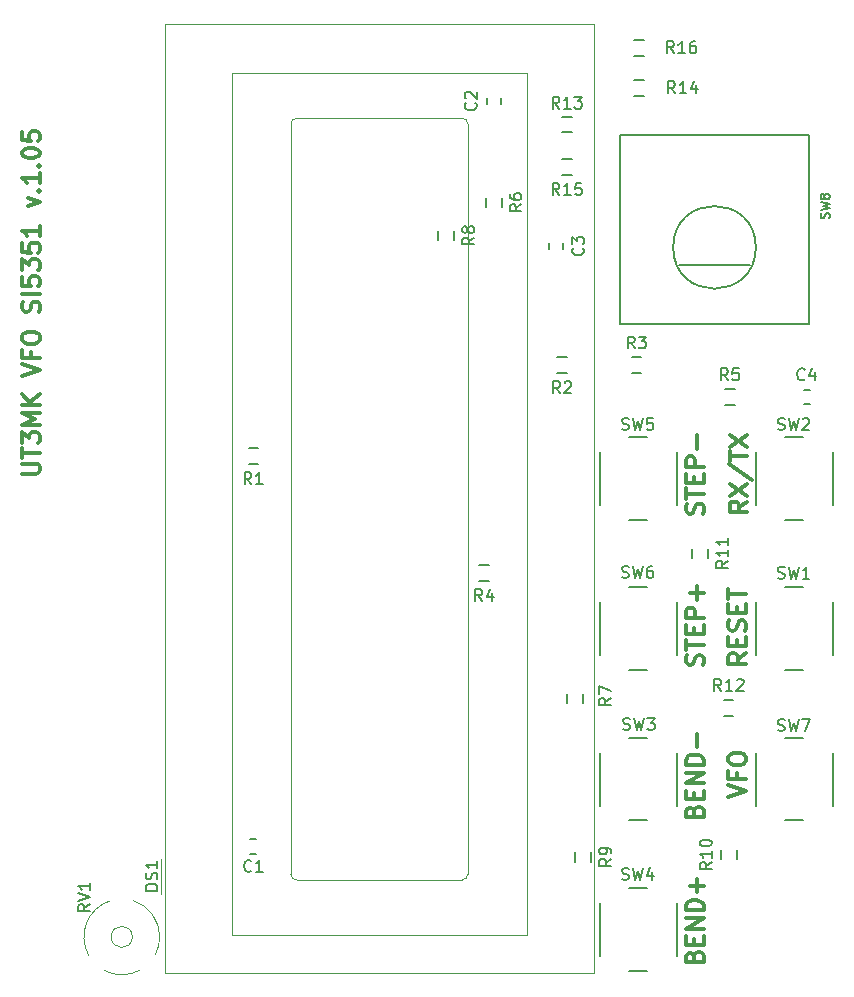
<source format=gto>
G04 #@! TF.FileFunction,Legend,Top*
%FSLAX46Y46*%
G04 Gerber Fmt 4.6, Leading zero omitted, Abs format (unit mm)*
G04 Created by KiCad (PCBNEW 4.0.7-e2-6376~58~ubuntu14.04.1) date Mon Jan  1 12:03:23 2018*
%MOMM*%
%LPD*%
G01*
G04 APERTURE LIST*
%ADD10C,0.100000*%
%ADD11C,0.300000*%
%ADD12C,0.120000*%
%ADD13C,0.150000*%
%ADD14C,0.203200*%
%ADD15C,0.152400*%
G04 APERTURE END LIST*
D10*
D11*
X132678571Y-105028571D02*
X134178571Y-104528571D01*
X132678571Y-104028571D01*
X133392857Y-103028571D02*
X133392857Y-103528571D01*
X134178571Y-103528571D02*
X132678571Y-103528571D01*
X132678571Y-102814285D01*
X132678571Y-101957143D02*
X132678571Y-101671429D01*
X132750000Y-101528571D01*
X132892857Y-101385714D01*
X133178571Y-101314286D01*
X133678571Y-101314286D01*
X133964286Y-101385714D01*
X134107143Y-101528571D01*
X134178571Y-101671429D01*
X134178571Y-101957143D01*
X134107143Y-102100000D01*
X133964286Y-102242857D01*
X133678571Y-102314286D01*
X133178571Y-102314286D01*
X132892857Y-102242857D01*
X132750000Y-102100000D01*
X132678571Y-101957143D01*
X129792857Y-118535714D02*
X129864286Y-118321428D01*
X129935714Y-118250000D01*
X130078571Y-118178571D01*
X130292857Y-118178571D01*
X130435714Y-118250000D01*
X130507143Y-118321428D01*
X130578571Y-118464286D01*
X130578571Y-119035714D01*
X129078571Y-119035714D01*
X129078571Y-118535714D01*
X129150000Y-118392857D01*
X129221429Y-118321428D01*
X129364286Y-118250000D01*
X129507143Y-118250000D01*
X129650000Y-118321428D01*
X129721429Y-118392857D01*
X129792857Y-118535714D01*
X129792857Y-119035714D01*
X129792857Y-117535714D02*
X129792857Y-117035714D01*
X130578571Y-116821428D02*
X130578571Y-117535714D01*
X129078571Y-117535714D01*
X129078571Y-116821428D01*
X130578571Y-116178571D02*
X129078571Y-116178571D01*
X130578571Y-115321428D01*
X129078571Y-115321428D01*
X130578571Y-114607142D02*
X129078571Y-114607142D01*
X129078571Y-114249999D01*
X129150000Y-114035714D01*
X129292857Y-113892856D01*
X129435714Y-113821428D01*
X129721429Y-113749999D01*
X129935714Y-113749999D01*
X130221429Y-113821428D01*
X130364286Y-113892856D01*
X130507143Y-114035714D01*
X130578571Y-114249999D01*
X130578571Y-114607142D01*
X130007143Y-113107142D02*
X130007143Y-111964285D01*
X130578571Y-112535714D02*
X129435714Y-112535714D01*
X129792857Y-106235714D02*
X129864286Y-106021428D01*
X129935714Y-105950000D01*
X130078571Y-105878571D01*
X130292857Y-105878571D01*
X130435714Y-105950000D01*
X130507143Y-106021428D01*
X130578571Y-106164286D01*
X130578571Y-106735714D01*
X129078571Y-106735714D01*
X129078571Y-106235714D01*
X129150000Y-106092857D01*
X129221429Y-106021428D01*
X129364286Y-105950000D01*
X129507143Y-105950000D01*
X129650000Y-106021428D01*
X129721429Y-106092857D01*
X129792857Y-106235714D01*
X129792857Y-106735714D01*
X129792857Y-105235714D02*
X129792857Y-104735714D01*
X130578571Y-104521428D02*
X130578571Y-105235714D01*
X129078571Y-105235714D01*
X129078571Y-104521428D01*
X130578571Y-103878571D02*
X129078571Y-103878571D01*
X130578571Y-103021428D01*
X129078571Y-103021428D01*
X130578571Y-102307142D02*
X129078571Y-102307142D01*
X129078571Y-101949999D01*
X129150000Y-101735714D01*
X129292857Y-101592856D01*
X129435714Y-101521428D01*
X129721429Y-101449999D01*
X129935714Y-101449999D01*
X130221429Y-101521428D01*
X130364286Y-101592856D01*
X130507143Y-101735714D01*
X130578571Y-101949999D01*
X130578571Y-102307142D01*
X130007143Y-100807142D02*
X130007143Y-99664285D01*
X130507143Y-93857143D02*
X130578571Y-93642857D01*
X130578571Y-93285714D01*
X130507143Y-93142857D01*
X130435714Y-93071428D01*
X130292857Y-93000000D01*
X130150000Y-93000000D01*
X130007143Y-93071428D01*
X129935714Y-93142857D01*
X129864286Y-93285714D01*
X129792857Y-93571428D01*
X129721429Y-93714286D01*
X129650000Y-93785714D01*
X129507143Y-93857143D01*
X129364286Y-93857143D01*
X129221429Y-93785714D01*
X129150000Y-93714286D01*
X129078571Y-93571428D01*
X129078571Y-93214286D01*
X129150000Y-93000000D01*
X129078571Y-92571429D02*
X129078571Y-91714286D01*
X130578571Y-92142857D02*
X129078571Y-92142857D01*
X129792857Y-91214286D02*
X129792857Y-90714286D01*
X130578571Y-90500000D02*
X130578571Y-91214286D01*
X129078571Y-91214286D01*
X129078571Y-90500000D01*
X130578571Y-89857143D02*
X129078571Y-89857143D01*
X129078571Y-89285715D01*
X129150000Y-89142857D01*
X129221429Y-89071429D01*
X129364286Y-89000000D01*
X129578571Y-89000000D01*
X129721429Y-89071429D01*
X129792857Y-89142857D01*
X129864286Y-89285715D01*
X129864286Y-89857143D01*
X130007143Y-88357143D02*
X130007143Y-87214286D01*
X130578571Y-87785715D02*
X129435714Y-87785715D01*
X134178571Y-92878571D02*
X133464286Y-93378571D01*
X134178571Y-93735714D02*
X132678571Y-93735714D01*
X132678571Y-93164286D01*
X132750000Y-93021428D01*
X132821429Y-92950000D01*
X132964286Y-92878571D01*
X133178571Y-92878571D01*
X133321429Y-92950000D01*
X133392857Y-93021428D01*
X133464286Y-93164286D01*
X133464286Y-93735714D01*
X133392857Y-92235714D02*
X133392857Y-91735714D01*
X134178571Y-91521428D02*
X134178571Y-92235714D01*
X132678571Y-92235714D01*
X132678571Y-91521428D01*
X134107143Y-90950000D02*
X134178571Y-90735714D01*
X134178571Y-90378571D01*
X134107143Y-90235714D01*
X134035714Y-90164285D01*
X133892857Y-90092857D01*
X133750000Y-90092857D01*
X133607143Y-90164285D01*
X133535714Y-90235714D01*
X133464286Y-90378571D01*
X133392857Y-90664285D01*
X133321429Y-90807143D01*
X133250000Y-90878571D01*
X133107143Y-90950000D01*
X132964286Y-90950000D01*
X132821429Y-90878571D01*
X132750000Y-90807143D01*
X132678571Y-90664285D01*
X132678571Y-90307143D01*
X132750000Y-90092857D01*
X133392857Y-89450000D02*
X133392857Y-88950000D01*
X134178571Y-88735714D02*
X134178571Y-89450000D01*
X132678571Y-89450000D01*
X132678571Y-88735714D01*
X132678571Y-88307143D02*
X132678571Y-87450000D01*
X134178571Y-87878571D02*
X132678571Y-87878571D01*
X130507143Y-81057143D02*
X130578571Y-80842857D01*
X130578571Y-80485714D01*
X130507143Y-80342857D01*
X130435714Y-80271428D01*
X130292857Y-80200000D01*
X130150000Y-80200000D01*
X130007143Y-80271428D01*
X129935714Y-80342857D01*
X129864286Y-80485714D01*
X129792857Y-80771428D01*
X129721429Y-80914286D01*
X129650000Y-80985714D01*
X129507143Y-81057143D01*
X129364286Y-81057143D01*
X129221429Y-80985714D01*
X129150000Y-80914286D01*
X129078571Y-80771428D01*
X129078571Y-80414286D01*
X129150000Y-80200000D01*
X129078571Y-79771429D02*
X129078571Y-78914286D01*
X130578571Y-79342857D02*
X129078571Y-79342857D01*
X129792857Y-78414286D02*
X129792857Y-77914286D01*
X130578571Y-77700000D02*
X130578571Y-78414286D01*
X129078571Y-78414286D01*
X129078571Y-77700000D01*
X130578571Y-77057143D02*
X129078571Y-77057143D01*
X129078571Y-76485715D01*
X129150000Y-76342857D01*
X129221429Y-76271429D01*
X129364286Y-76200000D01*
X129578571Y-76200000D01*
X129721429Y-76271429D01*
X129792857Y-76342857D01*
X129864286Y-76485715D01*
X129864286Y-77057143D01*
X130007143Y-75557143D02*
X130007143Y-74414286D01*
X72878571Y-77664284D02*
X74092857Y-77664284D01*
X74235714Y-77592856D01*
X74307143Y-77521427D01*
X74378571Y-77378570D01*
X74378571Y-77092856D01*
X74307143Y-76949998D01*
X74235714Y-76878570D01*
X74092857Y-76807141D01*
X72878571Y-76807141D01*
X72878571Y-76307141D02*
X72878571Y-75449998D01*
X74378571Y-75878569D02*
X72878571Y-75878569D01*
X72878571Y-75092855D02*
X72878571Y-74164284D01*
X73450000Y-74664284D01*
X73450000Y-74449998D01*
X73521429Y-74307141D01*
X73592857Y-74235712D01*
X73735714Y-74164284D01*
X74092857Y-74164284D01*
X74235714Y-74235712D01*
X74307143Y-74307141D01*
X74378571Y-74449998D01*
X74378571Y-74878570D01*
X74307143Y-75021427D01*
X74235714Y-75092855D01*
X74378571Y-73521427D02*
X72878571Y-73521427D01*
X73950000Y-73021427D01*
X72878571Y-72521427D01*
X74378571Y-72521427D01*
X74378571Y-71807141D02*
X72878571Y-71807141D01*
X74378571Y-70949998D02*
X73521429Y-71592855D01*
X72878571Y-70949998D02*
X73735714Y-71807141D01*
X72878571Y-69378570D02*
X74378571Y-68878570D01*
X72878571Y-68378570D01*
X73592857Y-67378570D02*
X73592857Y-67878570D01*
X74378571Y-67878570D02*
X72878571Y-67878570D01*
X72878571Y-67164284D01*
X72878571Y-66307142D02*
X72878571Y-66021428D01*
X72950000Y-65878570D01*
X73092857Y-65735713D01*
X73378571Y-65664285D01*
X73878571Y-65664285D01*
X74164286Y-65735713D01*
X74307143Y-65878570D01*
X74378571Y-66021428D01*
X74378571Y-66307142D01*
X74307143Y-66449999D01*
X74164286Y-66592856D01*
X73878571Y-66664285D01*
X73378571Y-66664285D01*
X73092857Y-66592856D01*
X72950000Y-66449999D01*
X72878571Y-66307142D01*
X74307143Y-63949999D02*
X74378571Y-63735713D01*
X74378571Y-63378570D01*
X74307143Y-63235713D01*
X74235714Y-63164284D01*
X74092857Y-63092856D01*
X73950000Y-63092856D01*
X73807143Y-63164284D01*
X73735714Y-63235713D01*
X73664286Y-63378570D01*
X73592857Y-63664284D01*
X73521429Y-63807142D01*
X73450000Y-63878570D01*
X73307143Y-63949999D01*
X73164286Y-63949999D01*
X73021429Y-63878570D01*
X72950000Y-63807142D01*
X72878571Y-63664284D01*
X72878571Y-63307142D01*
X72950000Y-63092856D01*
X74378571Y-62449999D02*
X72878571Y-62449999D01*
X72878571Y-61021427D02*
X72878571Y-61735713D01*
X73592857Y-61807142D01*
X73521429Y-61735713D01*
X73450000Y-61592856D01*
X73450000Y-61235713D01*
X73521429Y-61092856D01*
X73592857Y-61021427D01*
X73735714Y-60949999D01*
X74092857Y-60949999D01*
X74235714Y-61021427D01*
X74307143Y-61092856D01*
X74378571Y-61235713D01*
X74378571Y-61592856D01*
X74307143Y-61735713D01*
X74235714Y-61807142D01*
X72878571Y-60449999D02*
X72878571Y-59521428D01*
X73450000Y-60021428D01*
X73450000Y-59807142D01*
X73521429Y-59664285D01*
X73592857Y-59592856D01*
X73735714Y-59521428D01*
X74092857Y-59521428D01*
X74235714Y-59592856D01*
X74307143Y-59664285D01*
X74378571Y-59807142D01*
X74378571Y-60235714D01*
X74307143Y-60378571D01*
X74235714Y-60449999D01*
X72878571Y-58164285D02*
X72878571Y-58878571D01*
X73592857Y-58950000D01*
X73521429Y-58878571D01*
X73450000Y-58735714D01*
X73450000Y-58378571D01*
X73521429Y-58235714D01*
X73592857Y-58164285D01*
X73735714Y-58092857D01*
X74092857Y-58092857D01*
X74235714Y-58164285D01*
X74307143Y-58235714D01*
X74378571Y-58378571D01*
X74378571Y-58735714D01*
X74307143Y-58878571D01*
X74235714Y-58950000D01*
X74378571Y-56664286D02*
X74378571Y-57521429D01*
X74378571Y-57092857D02*
X72878571Y-57092857D01*
X73092857Y-57235714D01*
X73235714Y-57378572D01*
X73307143Y-57521429D01*
X73378571Y-55021429D02*
X74378571Y-54664286D01*
X73378571Y-54307144D01*
X74235714Y-53735715D02*
X74307143Y-53664287D01*
X74378571Y-53735715D01*
X74307143Y-53807144D01*
X74235714Y-53735715D01*
X74378571Y-53735715D01*
X74378571Y-52235715D02*
X74378571Y-53092858D01*
X74378571Y-52664286D02*
X72878571Y-52664286D01*
X73092857Y-52807143D01*
X73235714Y-52950001D01*
X73307143Y-53092858D01*
X74235714Y-51592858D02*
X74307143Y-51521430D01*
X74378571Y-51592858D01*
X74307143Y-51664287D01*
X74235714Y-51592858D01*
X74378571Y-51592858D01*
X72878571Y-50592858D02*
X72878571Y-50450001D01*
X72950000Y-50307144D01*
X73021429Y-50235715D01*
X73164286Y-50164286D01*
X73450000Y-50092858D01*
X73807143Y-50092858D01*
X74092857Y-50164286D01*
X74235714Y-50235715D01*
X74307143Y-50307144D01*
X74378571Y-50450001D01*
X74378571Y-50592858D01*
X74307143Y-50735715D01*
X74235714Y-50807144D01*
X74092857Y-50878572D01*
X73807143Y-50950001D01*
X73450000Y-50950001D01*
X73164286Y-50878572D01*
X73021429Y-50807144D01*
X72950000Y-50735715D01*
X72878571Y-50592858D01*
X72878571Y-48735715D02*
X72878571Y-49450001D01*
X73592857Y-49521430D01*
X73521429Y-49450001D01*
X73450000Y-49307144D01*
X73450000Y-48950001D01*
X73521429Y-48807144D01*
X73592857Y-48735715D01*
X73735714Y-48664287D01*
X74092857Y-48664287D01*
X74235714Y-48735715D01*
X74307143Y-48807144D01*
X74378571Y-48950001D01*
X74378571Y-49307144D01*
X74307143Y-49450001D01*
X74235714Y-49521430D01*
X134278571Y-80021428D02*
X133564286Y-80521428D01*
X134278571Y-80878571D02*
X132778571Y-80878571D01*
X132778571Y-80307143D01*
X132850000Y-80164285D01*
X132921429Y-80092857D01*
X133064286Y-80021428D01*
X133278571Y-80021428D01*
X133421429Y-80092857D01*
X133492857Y-80164285D01*
X133564286Y-80307143D01*
X133564286Y-80878571D01*
X132778571Y-79521428D02*
X134278571Y-78521428D01*
X132778571Y-78521428D02*
X134278571Y-79521428D01*
X132707143Y-76878572D02*
X134635714Y-78164286D01*
X132778571Y-76592857D02*
X132778571Y-75735714D01*
X134278571Y-76164285D02*
X132778571Y-76164285D01*
X132778571Y-75378571D02*
X134278571Y-74378571D01*
X132778571Y-74378571D02*
X134278571Y-75378571D01*
D12*
X121270000Y-119900000D02*
X121270000Y-39620000D01*
X121270000Y-39620000D02*
X84990000Y-39620000D01*
X84990000Y-39620000D02*
X84990000Y-119100000D01*
X84990000Y-119900000D02*
X121270000Y-119900000D01*
X84990000Y-119890000D02*
X84990000Y-119100000D01*
X84630000Y-113260000D02*
X84630000Y-110260000D01*
X95630000Y-111560000D02*
X95630000Y-48060000D01*
X110129320Y-112059720D02*
X96130000Y-112059720D01*
X110630000Y-48059340D02*
X110630000Y-111560000D01*
X96130000Y-47560000D02*
X110130000Y-47560000D01*
X96130000Y-47560000D02*
G75*
G03X95630000Y-48060000I0J-500000D01*
G01*
X110629700Y-48059340D02*
G75*
G03X110129320Y-47558960I-500380J0D01*
G01*
X110129320Y-112059720D02*
G75*
G03X110629700Y-111559340I0J500380D01*
G01*
X95628460Y-111559340D02*
G75*
G03X96128840Y-112059720I500380J0D01*
G01*
X90630000Y-116760000D02*
X90630000Y-43760000D01*
X90630000Y-43760000D02*
X115630000Y-43760000D01*
X115630000Y-43760000D02*
X115630000Y-116760000D01*
X115630000Y-116760000D02*
X90630000Y-116760000D01*
D13*
X92200000Y-108625000D02*
X92700000Y-108625000D01*
X92700000Y-109825000D02*
X92200000Y-109825000D01*
D12*
X82311945Y-113827109D02*
G75*
G02X84530000Y-116880000I-991945J-3052891D01*
G01*
X78512184Y-118435333D02*
G75*
G02X80329000Y-113827000I2807816J1555333D01*
G01*
X82827618Y-119714671D02*
G75*
G02X79813000Y-119715000I-1507618J2834671D01*
G01*
X84529799Y-116823536D02*
G75*
G02X84128000Y-118436000I-3209799J-56464D01*
G01*
X82220000Y-116880000D02*
G75*
G03X82220000Y-116880000I-900000J0D01*
G01*
D13*
X141500000Y-93033000D02*
X141500000Y-88533000D01*
X137500000Y-94283000D02*
X139000000Y-94283000D01*
X135000000Y-88533000D02*
X135000000Y-93033000D01*
X139000000Y-87283000D02*
X137500000Y-87283000D01*
X141500000Y-80300000D02*
X141500000Y-75800000D01*
X137500000Y-81550000D02*
X139000000Y-81550000D01*
X135000000Y-75800000D02*
X135000000Y-80300000D01*
X139000000Y-74550000D02*
X137500000Y-74550000D01*
X128300000Y-105770000D02*
X128300000Y-101270000D01*
X124300000Y-107020000D02*
X125800000Y-107020000D01*
X121800000Y-101270000D02*
X121800000Y-105770000D01*
X125800000Y-100020000D02*
X124300000Y-100020000D01*
X128300000Y-118500000D02*
X128300000Y-114000000D01*
X124300000Y-119750000D02*
X125800000Y-119750000D01*
X121800000Y-114000000D02*
X121800000Y-118500000D01*
X125800000Y-112750000D02*
X124300000Y-112750000D01*
X128300000Y-80300000D02*
X128300000Y-75800000D01*
X124300000Y-81550000D02*
X125800000Y-81550000D01*
X121800000Y-75800000D02*
X121800000Y-80300000D01*
X125800000Y-74550000D02*
X124300000Y-74550000D01*
X128300000Y-93033000D02*
X128300000Y-88533000D01*
X124300000Y-94283000D02*
X125800000Y-94283000D01*
X121800000Y-88533000D02*
X121800000Y-93033000D01*
X125800000Y-87283000D02*
X124300000Y-87283000D01*
X141500000Y-105770000D02*
X141500000Y-101270000D01*
X137500000Y-107020000D02*
X139000000Y-107020000D01*
X135000000Y-101270000D02*
X135000000Y-105770000D01*
X139000000Y-100020000D02*
X137500000Y-100020000D01*
X112200000Y-46350000D02*
X112200000Y-45850000D01*
X113400000Y-45850000D02*
X113400000Y-46350000D01*
X118700000Y-58150000D02*
X118700000Y-58650000D01*
X117500000Y-58650000D02*
X117500000Y-58150000D01*
X139050000Y-70600000D02*
X139550000Y-70600000D01*
X139550000Y-71800000D02*
X139050000Y-71800000D01*
X92050000Y-75525000D02*
X92850000Y-75525000D01*
X92850000Y-76875000D02*
X92050000Y-76875000D01*
X118200000Y-67825000D02*
X119000000Y-67825000D01*
X119000000Y-69175000D02*
X118200000Y-69175000D01*
X125300000Y-69175000D02*
X124500000Y-69175000D01*
X124500000Y-67825000D02*
X125300000Y-67825000D01*
X111600000Y-85425000D02*
X112400000Y-85425000D01*
X112400000Y-86775000D02*
X111600000Y-86775000D01*
X133200000Y-71875000D02*
X132400000Y-71875000D01*
X132400000Y-70525000D02*
X133200000Y-70525000D01*
X112125000Y-55100000D02*
X112125000Y-54300000D01*
X113475000Y-54300000D02*
X113475000Y-55100000D01*
X119025000Y-97100000D02*
X119025000Y-96300000D01*
X120375000Y-96300000D02*
X120375000Y-97100000D01*
X108125000Y-57900000D02*
X108125000Y-57100000D01*
X109475000Y-57100000D02*
X109475000Y-57900000D01*
X119725000Y-110500000D02*
X119725000Y-109700000D01*
X121075000Y-109700000D02*
X121075000Y-110500000D01*
X133375000Y-109500000D02*
X133375000Y-110300000D01*
X132025000Y-110300000D02*
X132025000Y-109500000D01*
X129625000Y-84800000D02*
X129625000Y-84000000D01*
X130975000Y-84000000D02*
X130975000Y-84800000D01*
X133100000Y-98175000D02*
X132300000Y-98175000D01*
X132300000Y-96825000D02*
X133100000Y-96825000D01*
D14*
X128500000Y-60000000D02*
X134500000Y-60000000D01*
X135000000Y-58500000D02*
G75*
G03X135000000Y-58500000I-3500000J0D01*
G01*
X123500000Y-49000000D02*
X139500000Y-49000000D01*
X139500000Y-49000000D02*
X139500000Y-65000000D01*
X139500000Y-65000000D02*
X123500000Y-65000000D01*
X123500000Y-65000000D02*
X123500000Y-49000000D01*
D13*
X119400000Y-52375000D02*
X118600000Y-52375000D01*
X118600000Y-51025000D02*
X119400000Y-51025000D01*
X124700000Y-44325000D02*
X125500000Y-44325000D01*
X125500000Y-45675000D02*
X124700000Y-45675000D01*
X118600000Y-47425000D02*
X119400000Y-47425000D01*
X119400000Y-48775000D02*
X118600000Y-48775000D01*
X124700000Y-40925000D02*
X125500000Y-40925000D01*
X125500000Y-42275000D02*
X124700000Y-42275000D01*
X84327381Y-112964286D02*
X83327381Y-112964286D01*
X83327381Y-112726191D01*
X83375000Y-112583333D01*
X83470238Y-112488095D01*
X83565476Y-112440476D01*
X83755952Y-112392857D01*
X83898810Y-112392857D01*
X84089286Y-112440476D01*
X84184524Y-112488095D01*
X84279762Y-112583333D01*
X84327381Y-112726191D01*
X84327381Y-112964286D01*
X84279762Y-112011905D02*
X84327381Y-111869048D01*
X84327381Y-111630952D01*
X84279762Y-111535714D01*
X84232143Y-111488095D01*
X84136905Y-111440476D01*
X84041667Y-111440476D01*
X83946429Y-111488095D01*
X83898810Y-111535714D01*
X83851190Y-111630952D01*
X83803571Y-111821429D01*
X83755952Y-111916667D01*
X83708333Y-111964286D01*
X83613095Y-112011905D01*
X83517857Y-112011905D01*
X83422619Y-111964286D01*
X83375000Y-111916667D01*
X83327381Y-111821429D01*
X83327381Y-111583333D01*
X83375000Y-111440476D01*
X84327381Y-110488095D02*
X84327381Y-111059524D01*
X84327381Y-110773810D02*
X83327381Y-110773810D01*
X83470238Y-110869048D01*
X83565476Y-110964286D01*
X83613095Y-111059524D01*
X92283334Y-111282143D02*
X92235715Y-111329762D01*
X92092858Y-111377381D01*
X91997620Y-111377381D01*
X91854762Y-111329762D01*
X91759524Y-111234524D01*
X91711905Y-111139286D01*
X91664286Y-110948810D01*
X91664286Y-110805952D01*
X91711905Y-110615476D01*
X91759524Y-110520238D01*
X91854762Y-110425000D01*
X91997620Y-110377381D01*
X92092858Y-110377381D01*
X92235715Y-110425000D01*
X92283334Y-110472619D01*
X93235715Y-111377381D02*
X92664286Y-111377381D01*
X92950000Y-111377381D02*
X92950000Y-110377381D01*
X92854762Y-110520238D01*
X92759524Y-110615476D01*
X92664286Y-110663095D01*
X78627381Y-114120238D02*
X78151190Y-114453572D01*
X78627381Y-114691667D02*
X77627381Y-114691667D01*
X77627381Y-114310714D01*
X77675000Y-114215476D01*
X77722619Y-114167857D01*
X77817857Y-114120238D01*
X77960714Y-114120238D01*
X78055952Y-114167857D01*
X78103571Y-114215476D01*
X78151190Y-114310714D01*
X78151190Y-114691667D01*
X77627381Y-113834524D02*
X78627381Y-113501191D01*
X77627381Y-113167857D01*
X78627381Y-112310714D02*
X78627381Y-112882143D01*
X78627381Y-112596429D02*
X77627381Y-112596429D01*
X77770238Y-112691667D01*
X77865476Y-112786905D01*
X77913095Y-112882143D01*
X136866667Y-86504762D02*
X137009524Y-86552381D01*
X137247620Y-86552381D01*
X137342858Y-86504762D01*
X137390477Y-86457143D01*
X137438096Y-86361905D01*
X137438096Y-86266667D01*
X137390477Y-86171429D01*
X137342858Y-86123810D01*
X137247620Y-86076190D01*
X137057143Y-86028571D01*
X136961905Y-85980952D01*
X136914286Y-85933333D01*
X136866667Y-85838095D01*
X136866667Y-85742857D01*
X136914286Y-85647619D01*
X136961905Y-85600000D01*
X137057143Y-85552381D01*
X137295239Y-85552381D01*
X137438096Y-85600000D01*
X137771429Y-85552381D02*
X138009524Y-86552381D01*
X138200001Y-85838095D01*
X138390477Y-86552381D01*
X138628572Y-85552381D01*
X139533334Y-86552381D02*
X138961905Y-86552381D01*
X139247619Y-86552381D02*
X139247619Y-85552381D01*
X139152381Y-85695238D01*
X139057143Y-85790476D01*
X138961905Y-85838095D01*
X136866667Y-73904762D02*
X137009524Y-73952381D01*
X137247620Y-73952381D01*
X137342858Y-73904762D01*
X137390477Y-73857143D01*
X137438096Y-73761905D01*
X137438096Y-73666667D01*
X137390477Y-73571429D01*
X137342858Y-73523810D01*
X137247620Y-73476190D01*
X137057143Y-73428571D01*
X136961905Y-73380952D01*
X136914286Y-73333333D01*
X136866667Y-73238095D01*
X136866667Y-73142857D01*
X136914286Y-73047619D01*
X136961905Y-73000000D01*
X137057143Y-72952381D01*
X137295239Y-72952381D01*
X137438096Y-73000000D01*
X137771429Y-72952381D02*
X138009524Y-73952381D01*
X138200001Y-73238095D01*
X138390477Y-73952381D01*
X138628572Y-72952381D01*
X138961905Y-73047619D02*
X139009524Y-73000000D01*
X139104762Y-72952381D01*
X139342858Y-72952381D01*
X139438096Y-73000000D01*
X139485715Y-73047619D01*
X139533334Y-73142857D01*
X139533334Y-73238095D01*
X139485715Y-73380952D01*
X138914286Y-73952381D01*
X139533334Y-73952381D01*
X123766667Y-99304762D02*
X123909524Y-99352381D01*
X124147620Y-99352381D01*
X124242858Y-99304762D01*
X124290477Y-99257143D01*
X124338096Y-99161905D01*
X124338096Y-99066667D01*
X124290477Y-98971429D01*
X124242858Y-98923810D01*
X124147620Y-98876190D01*
X123957143Y-98828571D01*
X123861905Y-98780952D01*
X123814286Y-98733333D01*
X123766667Y-98638095D01*
X123766667Y-98542857D01*
X123814286Y-98447619D01*
X123861905Y-98400000D01*
X123957143Y-98352381D01*
X124195239Y-98352381D01*
X124338096Y-98400000D01*
X124671429Y-98352381D02*
X124909524Y-99352381D01*
X125100001Y-98638095D01*
X125290477Y-99352381D01*
X125528572Y-98352381D01*
X125814286Y-98352381D02*
X126433334Y-98352381D01*
X126100000Y-98733333D01*
X126242858Y-98733333D01*
X126338096Y-98780952D01*
X126385715Y-98828571D01*
X126433334Y-98923810D01*
X126433334Y-99161905D01*
X126385715Y-99257143D01*
X126338096Y-99304762D01*
X126242858Y-99352381D01*
X125957143Y-99352381D01*
X125861905Y-99304762D01*
X125814286Y-99257143D01*
X123666667Y-112004762D02*
X123809524Y-112052381D01*
X124047620Y-112052381D01*
X124142858Y-112004762D01*
X124190477Y-111957143D01*
X124238096Y-111861905D01*
X124238096Y-111766667D01*
X124190477Y-111671429D01*
X124142858Y-111623810D01*
X124047620Y-111576190D01*
X123857143Y-111528571D01*
X123761905Y-111480952D01*
X123714286Y-111433333D01*
X123666667Y-111338095D01*
X123666667Y-111242857D01*
X123714286Y-111147619D01*
X123761905Y-111100000D01*
X123857143Y-111052381D01*
X124095239Y-111052381D01*
X124238096Y-111100000D01*
X124571429Y-111052381D02*
X124809524Y-112052381D01*
X125000001Y-111338095D01*
X125190477Y-112052381D01*
X125428572Y-111052381D01*
X126238096Y-111385714D02*
X126238096Y-112052381D01*
X126000000Y-111004762D02*
X125761905Y-111719048D01*
X126380953Y-111719048D01*
X123666667Y-73904762D02*
X123809524Y-73952381D01*
X124047620Y-73952381D01*
X124142858Y-73904762D01*
X124190477Y-73857143D01*
X124238096Y-73761905D01*
X124238096Y-73666667D01*
X124190477Y-73571429D01*
X124142858Y-73523810D01*
X124047620Y-73476190D01*
X123857143Y-73428571D01*
X123761905Y-73380952D01*
X123714286Y-73333333D01*
X123666667Y-73238095D01*
X123666667Y-73142857D01*
X123714286Y-73047619D01*
X123761905Y-73000000D01*
X123857143Y-72952381D01*
X124095239Y-72952381D01*
X124238096Y-73000000D01*
X124571429Y-72952381D02*
X124809524Y-73952381D01*
X125000001Y-73238095D01*
X125190477Y-73952381D01*
X125428572Y-72952381D01*
X126285715Y-72952381D02*
X125809524Y-72952381D01*
X125761905Y-73428571D01*
X125809524Y-73380952D01*
X125904762Y-73333333D01*
X126142858Y-73333333D01*
X126238096Y-73380952D01*
X126285715Y-73428571D01*
X126333334Y-73523810D01*
X126333334Y-73761905D01*
X126285715Y-73857143D01*
X126238096Y-73904762D01*
X126142858Y-73952381D01*
X125904762Y-73952381D01*
X125809524Y-73904762D01*
X125761905Y-73857143D01*
X123666667Y-86437762D02*
X123809524Y-86485381D01*
X124047620Y-86485381D01*
X124142858Y-86437762D01*
X124190477Y-86390143D01*
X124238096Y-86294905D01*
X124238096Y-86199667D01*
X124190477Y-86104429D01*
X124142858Y-86056810D01*
X124047620Y-86009190D01*
X123857143Y-85961571D01*
X123761905Y-85913952D01*
X123714286Y-85866333D01*
X123666667Y-85771095D01*
X123666667Y-85675857D01*
X123714286Y-85580619D01*
X123761905Y-85533000D01*
X123857143Y-85485381D01*
X124095239Y-85485381D01*
X124238096Y-85533000D01*
X124571429Y-85485381D02*
X124809524Y-86485381D01*
X125000001Y-85771095D01*
X125190477Y-86485381D01*
X125428572Y-85485381D01*
X126238096Y-85485381D02*
X126047619Y-85485381D01*
X125952381Y-85533000D01*
X125904762Y-85580619D01*
X125809524Y-85723476D01*
X125761905Y-85913952D01*
X125761905Y-86294905D01*
X125809524Y-86390143D01*
X125857143Y-86437762D01*
X125952381Y-86485381D01*
X126142858Y-86485381D01*
X126238096Y-86437762D01*
X126285715Y-86390143D01*
X126333334Y-86294905D01*
X126333334Y-86056810D01*
X126285715Y-85961571D01*
X126238096Y-85913952D01*
X126142858Y-85866333D01*
X125952381Y-85866333D01*
X125857143Y-85913952D01*
X125809524Y-85961571D01*
X125761905Y-86056810D01*
X136866667Y-99404762D02*
X137009524Y-99452381D01*
X137247620Y-99452381D01*
X137342858Y-99404762D01*
X137390477Y-99357143D01*
X137438096Y-99261905D01*
X137438096Y-99166667D01*
X137390477Y-99071429D01*
X137342858Y-99023810D01*
X137247620Y-98976190D01*
X137057143Y-98928571D01*
X136961905Y-98880952D01*
X136914286Y-98833333D01*
X136866667Y-98738095D01*
X136866667Y-98642857D01*
X136914286Y-98547619D01*
X136961905Y-98500000D01*
X137057143Y-98452381D01*
X137295239Y-98452381D01*
X137438096Y-98500000D01*
X137771429Y-98452381D02*
X138009524Y-99452381D01*
X138200001Y-98738095D01*
X138390477Y-99452381D01*
X138628572Y-98452381D01*
X138914286Y-98452381D02*
X139580953Y-98452381D01*
X139152381Y-99452381D01*
X111257143Y-46266666D02*
X111304762Y-46314285D01*
X111352381Y-46457142D01*
X111352381Y-46552380D01*
X111304762Y-46695238D01*
X111209524Y-46790476D01*
X111114286Y-46838095D01*
X110923810Y-46885714D01*
X110780952Y-46885714D01*
X110590476Y-46838095D01*
X110495238Y-46790476D01*
X110400000Y-46695238D01*
X110352381Y-46552380D01*
X110352381Y-46457142D01*
X110400000Y-46314285D01*
X110447619Y-46266666D01*
X110447619Y-45885714D02*
X110400000Y-45838095D01*
X110352381Y-45742857D01*
X110352381Y-45504761D01*
X110400000Y-45409523D01*
X110447619Y-45361904D01*
X110542857Y-45314285D01*
X110638095Y-45314285D01*
X110780952Y-45361904D01*
X111352381Y-45933333D01*
X111352381Y-45314285D01*
X120357143Y-58566666D02*
X120404762Y-58614285D01*
X120452381Y-58757142D01*
X120452381Y-58852380D01*
X120404762Y-58995238D01*
X120309524Y-59090476D01*
X120214286Y-59138095D01*
X120023810Y-59185714D01*
X119880952Y-59185714D01*
X119690476Y-59138095D01*
X119595238Y-59090476D01*
X119500000Y-58995238D01*
X119452381Y-58852380D01*
X119452381Y-58757142D01*
X119500000Y-58614285D01*
X119547619Y-58566666D01*
X119452381Y-58233333D02*
X119452381Y-57614285D01*
X119833333Y-57947619D01*
X119833333Y-57804761D01*
X119880952Y-57709523D01*
X119928571Y-57661904D01*
X120023810Y-57614285D01*
X120261905Y-57614285D01*
X120357143Y-57661904D01*
X120404762Y-57709523D01*
X120452381Y-57804761D01*
X120452381Y-58090476D01*
X120404762Y-58185714D01*
X120357143Y-58233333D01*
X139133334Y-69657143D02*
X139085715Y-69704762D01*
X138942858Y-69752381D01*
X138847620Y-69752381D01*
X138704762Y-69704762D01*
X138609524Y-69609524D01*
X138561905Y-69514286D01*
X138514286Y-69323810D01*
X138514286Y-69180952D01*
X138561905Y-68990476D01*
X138609524Y-68895238D01*
X138704762Y-68800000D01*
X138847620Y-68752381D01*
X138942858Y-68752381D01*
X139085715Y-68800000D01*
X139133334Y-68847619D01*
X139990477Y-69085714D02*
X139990477Y-69752381D01*
X139752381Y-68704762D02*
X139514286Y-69419048D01*
X140133334Y-69419048D01*
X92283334Y-78552381D02*
X91950000Y-78076190D01*
X91711905Y-78552381D02*
X91711905Y-77552381D01*
X92092858Y-77552381D01*
X92188096Y-77600000D01*
X92235715Y-77647619D01*
X92283334Y-77742857D01*
X92283334Y-77885714D01*
X92235715Y-77980952D01*
X92188096Y-78028571D01*
X92092858Y-78076190D01*
X91711905Y-78076190D01*
X93235715Y-78552381D02*
X92664286Y-78552381D01*
X92950000Y-78552381D02*
X92950000Y-77552381D01*
X92854762Y-77695238D01*
X92759524Y-77790476D01*
X92664286Y-77838095D01*
X118433334Y-70852381D02*
X118100000Y-70376190D01*
X117861905Y-70852381D02*
X117861905Y-69852381D01*
X118242858Y-69852381D01*
X118338096Y-69900000D01*
X118385715Y-69947619D01*
X118433334Y-70042857D01*
X118433334Y-70185714D01*
X118385715Y-70280952D01*
X118338096Y-70328571D01*
X118242858Y-70376190D01*
X117861905Y-70376190D01*
X118814286Y-69947619D02*
X118861905Y-69900000D01*
X118957143Y-69852381D01*
X119195239Y-69852381D01*
X119290477Y-69900000D01*
X119338096Y-69947619D01*
X119385715Y-70042857D01*
X119385715Y-70138095D01*
X119338096Y-70280952D01*
X118766667Y-70852381D01*
X119385715Y-70852381D01*
X124733334Y-67052381D02*
X124400000Y-66576190D01*
X124161905Y-67052381D02*
X124161905Y-66052381D01*
X124542858Y-66052381D01*
X124638096Y-66100000D01*
X124685715Y-66147619D01*
X124733334Y-66242857D01*
X124733334Y-66385714D01*
X124685715Y-66480952D01*
X124638096Y-66528571D01*
X124542858Y-66576190D01*
X124161905Y-66576190D01*
X125066667Y-66052381D02*
X125685715Y-66052381D01*
X125352381Y-66433333D01*
X125495239Y-66433333D01*
X125590477Y-66480952D01*
X125638096Y-66528571D01*
X125685715Y-66623810D01*
X125685715Y-66861905D01*
X125638096Y-66957143D01*
X125590477Y-67004762D01*
X125495239Y-67052381D01*
X125209524Y-67052381D01*
X125114286Y-67004762D01*
X125066667Y-66957143D01*
X111833334Y-88452381D02*
X111500000Y-87976190D01*
X111261905Y-88452381D02*
X111261905Y-87452381D01*
X111642858Y-87452381D01*
X111738096Y-87500000D01*
X111785715Y-87547619D01*
X111833334Y-87642857D01*
X111833334Y-87785714D01*
X111785715Y-87880952D01*
X111738096Y-87928571D01*
X111642858Y-87976190D01*
X111261905Y-87976190D01*
X112690477Y-87785714D02*
X112690477Y-88452381D01*
X112452381Y-87404762D02*
X112214286Y-88119048D01*
X112833334Y-88119048D01*
X132633334Y-69752381D02*
X132300000Y-69276190D01*
X132061905Y-69752381D02*
X132061905Y-68752381D01*
X132442858Y-68752381D01*
X132538096Y-68800000D01*
X132585715Y-68847619D01*
X132633334Y-68942857D01*
X132633334Y-69085714D01*
X132585715Y-69180952D01*
X132538096Y-69228571D01*
X132442858Y-69276190D01*
X132061905Y-69276190D01*
X133538096Y-68752381D02*
X133061905Y-68752381D01*
X133014286Y-69228571D01*
X133061905Y-69180952D01*
X133157143Y-69133333D01*
X133395239Y-69133333D01*
X133490477Y-69180952D01*
X133538096Y-69228571D01*
X133585715Y-69323810D01*
X133585715Y-69561905D01*
X133538096Y-69657143D01*
X133490477Y-69704762D01*
X133395239Y-69752381D01*
X133157143Y-69752381D01*
X133061905Y-69704762D01*
X133014286Y-69657143D01*
X115152381Y-54866666D02*
X114676190Y-55200000D01*
X115152381Y-55438095D02*
X114152381Y-55438095D01*
X114152381Y-55057142D01*
X114200000Y-54961904D01*
X114247619Y-54914285D01*
X114342857Y-54866666D01*
X114485714Y-54866666D01*
X114580952Y-54914285D01*
X114628571Y-54961904D01*
X114676190Y-55057142D01*
X114676190Y-55438095D01*
X114152381Y-54009523D02*
X114152381Y-54200000D01*
X114200000Y-54295238D01*
X114247619Y-54342857D01*
X114390476Y-54438095D01*
X114580952Y-54485714D01*
X114961905Y-54485714D01*
X115057143Y-54438095D01*
X115104762Y-54390476D01*
X115152381Y-54295238D01*
X115152381Y-54104761D01*
X115104762Y-54009523D01*
X115057143Y-53961904D01*
X114961905Y-53914285D01*
X114723810Y-53914285D01*
X114628571Y-53961904D01*
X114580952Y-54009523D01*
X114533333Y-54104761D01*
X114533333Y-54295238D01*
X114580952Y-54390476D01*
X114628571Y-54438095D01*
X114723810Y-54485714D01*
X122702381Y-96666666D02*
X122226190Y-97000000D01*
X122702381Y-97238095D02*
X121702381Y-97238095D01*
X121702381Y-96857142D01*
X121750000Y-96761904D01*
X121797619Y-96714285D01*
X121892857Y-96666666D01*
X122035714Y-96666666D01*
X122130952Y-96714285D01*
X122178571Y-96761904D01*
X122226190Y-96857142D01*
X122226190Y-97238095D01*
X121702381Y-96333333D02*
X121702381Y-95666666D01*
X122702381Y-96095238D01*
X111152381Y-57666666D02*
X110676190Y-58000000D01*
X111152381Y-58238095D02*
X110152381Y-58238095D01*
X110152381Y-57857142D01*
X110200000Y-57761904D01*
X110247619Y-57714285D01*
X110342857Y-57666666D01*
X110485714Y-57666666D01*
X110580952Y-57714285D01*
X110628571Y-57761904D01*
X110676190Y-57857142D01*
X110676190Y-58238095D01*
X110580952Y-57095238D02*
X110533333Y-57190476D01*
X110485714Y-57238095D01*
X110390476Y-57285714D01*
X110342857Y-57285714D01*
X110247619Y-57238095D01*
X110200000Y-57190476D01*
X110152381Y-57095238D01*
X110152381Y-56904761D01*
X110200000Y-56809523D01*
X110247619Y-56761904D01*
X110342857Y-56714285D01*
X110390476Y-56714285D01*
X110485714Y-56761904D01*
X110533333Y-56809523D01*
X110580952Y-56904761D01*
X110580952Y-57095238D01*
X110628571Y-57190476D01*
X110676190Y-57238095D01*
X110771429Y-57285714D01*
X110961905Y-57285714D01*
X111057143Y-57238095D01*
X111104762Y-57190476D01*
X111152381Y-57095238D01*
X111152381Y-56904761D01*
X111104762Y-56809523D01*
X111057143Y-56761904D01*
X110961905Y-56714285D01*
X110771429Y-56714285D01*
X110676190Y-56761904D01*
X110628571Y-56809523D01*
X110580952Y-56904761D01*
X122752381Y-110266666D02*
X122276190Y-110600000D01*
X122752381Y-110838095D02*
X121752381Y-110838095D01*
X121752381Y-110457142D01*
X121800000Y-110361904D01*
X121847619Y-110314285D01*
X121942857Y-110266666D01*
X122085714Y-110266666D01*
X122180952Y-110314285D01*
X122228571Y-110361904D01*
X122276190Y-110457142D01*
X122276190Y-110838095D01*
X122752381Y-109790476D02*
X122752381Y-109600000D01*
X122704762Y-109504761D01*
X122657143Y-109457142D01*
X122514286Y-109361904D01*
X122323810Y-109314285D01*
X121942857Y-109314285D01*
X121847619Y-109361904D01*
X121800000Y-109409523D01*
X121752381Y-109504761D01*
X121752381Y-109695238D01*
X121800000Y-109790476D01*
X121847619Y-109838095D01*
X121942857Y-109885714D01*
X122180952Y-109885714D01*
X122276190Y-109838095D01*
X122323810Y-109790476D01*
X122371429Y-109695238D01*
X122371429Y-109504761D01*
X122323810Y-109409523D01*
X122276190Y-109361904D01*
X122180952Y-109314285D01*
X131252381Y-110542857D02*
X130776190Y-110876191D01*
X131252381Y-111114286D02*
X130252381Y-111114286D01*
X130252381Y-110733333D01*
X130300000Y-110638095D01*
X130347619Y-110590476D01*
X130442857Y-110542857D01*
X130585714Y-110542857D01*
X130680952Y-110590476D01*
X130728571Y-110638095D01*
X130776190Y-110733333D01*
X130776190Y-111114286D01*
X131252381Y-109590476D02*
X131252381Y-110161905D01*
X131252381Y-109876191D02*
X130252381Y-109876191D01*
X130395238Y-109971429D01*
X130490476Y-110066667D01*
X130538095Y-110161905D01*
X130252381Y-108971429D02*
X130252381Y-108876190D01*
X130300000Y-108780952D01*
X130347619Y-108733333D01*
X130442857Y-108685714D01*
X130633333Y-108638095D01*
X130871429Y-108638095D01*
X131061905Y-108685714D01*
X131157143Y-108733333D01*
X131204762Y-108780952D01*
X131252381Y-108876190D01*
X131252381Y-108971429D01*
X131204762Y-109066667D01*
X131157143Y-109114286D01*
X131061905Y-109161905D01*
X130871429Y-109209524D01*
X130633333Y-109209524D01*
X130442857Y-109161905D01*
X130347619Y-109114286D01*
X130300000Y-109066667D01*
X130252381Y-108971429D01*
X132652381Y-85042857D02*
X132176190Y-85376191D01*
X132652381Y-85614286D02*
X131652381Y-85614286D01*
X131652381Y-85233333D01*
X131700000Y-85138095D01*
X131747619Y-85090476D01*
X131842857Y-85042857D01*
X131985714Y-85042857D01*
X132080952Y-85090476D01*
X132128571Y-85138095D01*
X132176190Y-85233333D01*
X132176190Y-85614286D01*
X132652381Y-84090476D02*
X132652381Y-84661905D01*
X132652381Y-84376191D02*
X131652381Y-84376191D01*
X131795238Y-84471429D01*
X131890476Y-84566667D01*
X131938095Y-84661905D01*
X132652381Y-83138095D02*
X132652381Y-83709524D01*
X132652381Y-83423810D02*
X131652381Y-83423810D01*
X131795238Y-83519048D01*
X131890476Y-83614286D01*
X131938095Y-83709524D01*
X132057143Y-96052381D02*
X131723809Y-95576190D01*
X131485714Y-96052381D02*
X131485714Y-95052381D01*
X131866667Y-95052381D01*
X131961905Y-95100000D01*
X132009524Y-95147619D01*
X132057143Y-95242857D01*
X132057143Y-95385714D01*
X132009524Y-95480952D01*
X131961905Y-95528571D01*
X131866667Y-95576190D01*
X131485714Y-95576190D01*
X133009524Y-96052381D02*
X132438095Y-96052381D01*
X132723809Y-96052381D02*
X132723809Y-95052381D01*
X132628571Y-95195238D01*
X132533333Y-95290476D01*
X132438095Y-95338095D01*
X133390476Y-95147619D02*
X133438095Y-95100000D01*
X133533333Y-95052381D01*
X133771429Y-95052381D01*
X133866667Y-95100000D01*
X133914286Y-95147619D01*
X133961905Y-95242857D01*
X133961905Y-95338095D01*
X133914286Y-95480952D01*
X133342857Y-96052381D01*
X133961905Y-96052381D01*
D15*
X141208429Y-56015999D02*
X141244714Y-55907142D01*
X141244714Y-55725713D01*
X141208429Y-55653142D01*
X141172143Y-55616856D01*
X141099571Y-55580571D01*
X141027000Y-55580571D01*
X140954429Y-55616856D01*
X140918143Y-55653142D01*
X140881857Y-55725713D01*
X140845571Y-55870856D01*
X140809286Y-55943428D01*
X140773000Y-55979713D01*
X140700429Y-56015999D01*
X140627857Y-56015999D01*
X140555286Y-55979713D01*
X140519000Y-55943428D01*
X140482714Y-55870856D01*
X140482714Y-55689428D01*
X140519000Y-55580571D01*
X140482714Y-55326571D02*
X141244714Y-55145142D01*
X140700429Y-54999999D01*
X141244714Y-54854857D01*
X140482714Y-54673428D01*
X140809286Y-54274285D02*
X140773000Y-54346857D01*
X140736714Y-54383142D01*
X140664143Y-54419428D01*
X140627857Y-54419428D01*
X140555286Y-54383142D01*
X140519000Y-54346857D01*
X140482714Y-54274285D01*
X140482714Y-54129142D01*
X140519000Y-54056571D01*
X140555286Y-54020285D01*
X140627857Y-53984000D01*
X140664143Y-53984000D01*
X140736714Y-54020285D01*
X140773000Y-54056571D01*
X140809286Y-54129142D01*
X140809286Y-54274285D01*
X140845571Y-54346857D01*
X140881857Y-54383142D01*
X140954429Y-54419428D01*
X141099571Y-54419428D01*
X141172143Y-54383142D01*
X141208429Y-54346857D01*
X141244714Y-54274285D01*
X141244714Y-54129142D01*
X141208429Y-54056571D01*
X141172143Y-54020285D01*
X141099571Y-53984000D01*
X140954429Y-53984000D01*
X140881857Y-54020285D01*
X140845571Y-54056571D01*
X140809286Y-54129142D01*
D13*
X118357143Y-46752381D02*
X118023809Y-46276190D01*
X117785714Y-46752381D02*
X117785714Y-45752381D01*
X118166667Y-45752381D01*
X118261905Y-45800000D01*
X118309524Y-45847619D01*
X118357143Y-45942857D01*
X118357143Y-46085714D01*
X118309524Y-46180952D01*
X118261905Y-46228571D01*
X118166667Y-46276190D01*
X117785714Y-46276190D01*
X119309524Y-46752381D02*
X118738095Y-46752381D01*
X119023809Y-46752381D02*
X119023809Y-45752381D01*
X118928571Y-45895238D01*
X118833333Y-45990476D01*
X118738095Y-46038095D01*
X119642857Y-45752381D02*
X120261905Y-45752381D01*
X119928571Y-46133333D01*
X120071429Y-46133333D01*
X120166667Y-46180952D01*
X120214286Y-46228571D01*
X120261905Y-46323810D01*
X120261905Y-46561905D01*
X120214286Y-46657143D01*
X120166667Y-46704762D01*
X120071429Y-46752381D01*
X119785714Y-46752381D01*
X119690476Y-46704762D01*
X119642857Y-46657143D01*
X128157143Y-45452381D02*
X127823809Y-44976190D01*
X127585714Y-45452381D02*
X127585714Y-44452381D01*
X127966667Y-44452381D01*
X128061905Y-44500000D01*
X128109524Y-44547619D01*
X128157143Y-44642857D01*
X128157143Y-44785714D01*
X128109524Y-44880952D01*
X128061905Y-44928571D01*
X127966667Y-44976190D01*
X127585714Y-44976190D01*
X129109524Y-45452381D02*
X128538095Y-45452381D01*
X128823809Y-45452381D02*
X128823809Y-44452381D01*
X128728571Y-44595238D01*
X128633333Y-44690476D01*
X128538095Y-44738095D01*
X129966667Y-44785714D02*
X129966667Y-45452381D01*
X129728571Y-44404762D02*
X129490476Y-45119048D01*
X130109524Y-45119048D01*
X118357143Y-54052381D02*
X118023809Y-53576190D01*
X117785714Y-54052381D02*
X117785714Y-53052381D01*
X118166667Y-53052381D01*
X118261905Y-53100000D01*
X118309524Y-53147619D01*
X118357143Y-53242857D01*
X118357143Y-53385714D01*
X118309524Y-53480952D01*
X118261905Y-53528571D01*
X118166667Y-53576190D01*
X117785714Y-53576190D01*
X119309524Y-54052381D02*
X118738095Y-54052381D01*
X119023809Y-54052381D02*
X119023809Y-53052381D01*
X118928571Y-53195238D01*
X118833333Y-53290476D01*
X118738095Y-53338095D01*
X120214286Y-53052381D02*
X119738095Y-53052381D01*
X119690476Y-53528571D01*
X119738095Y-53480952D01*
X119833333Y-53433333D01*
X120071429Y-53433333D01*
X120166667Y-53480952D01*
X120214286Y-53528571D01*
X120261905Y-53623810D01*
X120261905Y-53861905D01*
X120214286Y-53957143D01*
X120166667Y-54004762D01*
X120071429Y-54052381D01*
X119833333Y-54052381D01*
X119738095Y-54004762D01*
X119690476Y-53957143D01*
X128057143Y-42052381D02*
X127723809Y-41576190D01*
X127485714Y-42052381D02*
X127485714Y-41052381D01*
X127866667Y-41052381D01*
X127961905Y-41100000D01*
X128009524Y-41147619D01*
X128057143Y-41242857D01*
X128057143Y-41385714D01*
X128009524Y-41480952D01*
X127961905Y-41528571D01*
X127866667Y-41576190D01*
X127485714Y-41576190D01*
X129009524Y-42052381D02*
X128438095Y-42052381D01*
X128723809Y-42052381D02*
X128723809Y-41052381D01*
X128628571Y-41195238D01*
X128533333Y-41290476D01*
X128438095Y-41338095D01*
X129866667Y-41052381D02*
X129676190Y-41052381D01*
X129580952Y-41100000D01*
X129533333Y-41147619D01*
X129438095Y-41290476D01*
X129390476Y-41480952D01*
X129390476Y-41861905D01*
X129438095Y-41957143D01*
X129485714Y-42004762D01*
X129580952Y-42052381D01*
X129771429Y-42052381D01*
X129866667Y-42004762D01*
X129914286Y-41957143D01*
X129961905Y-41861905D01*
X129961905Y-41623810D01*
X129914286Y-41528571D01*
X129866667Y-41480952D01*
X129771429Y-41433333D01*
X129580952Y-41433333D01*
X129485714Y-41480952D01*
X129438095Y-41528571D01*
X129390476Y-41623810D01*
M02*

</source>
